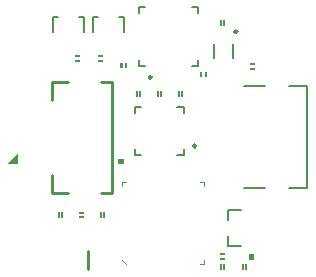
<source format=gto>
G04*
G04 #@! TF.GenerationSoftware,Altium Limited,Altium Designer,22.0.2 (36)*
G04*
G04 Layer_Color=65535*
%FSLAX25Y25*%
%MOIN*%
G70*
G04*
G04 #@! TF.SameCoordinates,4AEEF1EB-5C28-47D6-87F3-BA9F17CF17F5*
G04*
G04*
G04 #@! TF.FilePolarity,Positive*
G04*
G01*
G75*
%ADD10C,0.00984*%
%ADD11C,0.00600*%
%ADD12C,0.00394*%
%ADD13C,0.00787*%
%ADD14C,0.00100*%
%ADD15C,0.00800*%
%ADD16C,0.00200*%
%ADD17C,0.01000*%
G36*
X57900Y44300D02*
X56100D01*
Y44650D01*
X57900D01*
Y44300D01*
D02*
G37*
G36*
Y43350D02*
X56100D01*
Y43700D01*
X57900D01*
Y43350D01*
D02*
G37*
G36*
X22500Y43200D02*
X19500D01*
X22500Y46200D01*
X22500Y43200D01*
D02*
G37*
G36*
X44650Y26600D02*
X43350D01*
X43350Y26950D01*
X44650D01*
X44650Y26600D01*
D02*
G37*
G36*
X51650Y25100D02*
X51300D01*
Y26900D01*
X51650D01*
Y25100D01*
D02*
G37*
G36*
X50700D02*
X50350D01*
Y26900D01*
X50700D01*
Y25100D01*
D02*
G37*
G36*
X37650D02*
X37300D01*
Y26900D01*
X37650D01*
Y25100D01*
D02*
G37*
G36*
X36700D02*
X36350D01*
Y26900D01*
X36700D01*
Y25100D01*
D02*
G37*
G36*
X44650Y25050D02*
X43350D01*
Y25400D01*
X44650D01*
Y25050D01*
D02*
G37*
G36*
X91650Y12700D02*
X90350D01*
X90350Y13050D01*
X91650D01*
X91650Y12700D01*
D02*
G37*
G36*
X101056Y11200D02*
X100706D01*
Y13000D01*
X101056D01*
Y11200D01*
D02*
G37*
G36*
X100106D02*
X99756D01*
Y13000D01*
X100106D01*
Y11200D01*
D02*
G37*
G36*
X91650Y11150D02*
X90350D01*
Y11500D01*
X91650D01*
Y11150D01*
D02*
G37*
G36*
X98950Y7700D02*
X98600D01*
Y9500D01*
X98950D01*
Y7700D01*
D02*
G37*
G36*
X98000D02*
X97650D01*
Y9500D01*
X98000D01*
Y7700D01*
D02*
G37*
G36*
X91650D02*
X91300D01*
Y9500D01*
X91650D01*
Y7700D01*
D02*
G37*
G36*
X90700D02*
X90350D01*
Y9500D01*
X90700D01*
Y7700D01*
D02*
G37*
G36*
X50800Y78700D02*
X49500D01*
X49500Y79050D01*
X50800D01*
X50800Y78700D01*
D02*
G37*
G36*
X43300D02*
X42000D01*
Y79050D01*
X43300D01*
Y78700D01*
D02*
G37*
G36*
X50800Y77150D02*
X49500D01*
Y77500D01*
X50800D01*
Y77150D01*
D02*
G37*
G36*
X43300D02*
X42000D01*
X42000Y77500D01*
X43300D01*
X43300Y77150D01*
D02*
G37*
G36*
X57400Y75350D02*
X57050D01*
Y76650D01*
X57400D01*
Y75350D01*
D02*
G37*
G36*
X58950D02*
X58600Y75350D01*
Y76650D01*
X58950Y76650D01*
Y75350D01*
D02*
G37*
G36*
X69550Y65400D02*
X69200D01*
Y67200D01*
X69550D01*
Y65400D01*
D02*
G37*
G36*
X63500D02*
X63150D01*
Y67200D01*
X63500D01*
Y65400D01*
D02*
G37*
G36*
X62550D02*
X62200D01*
Y67200D01*
X62550D01*
Y65400D01*
D02*
G37*
G36*
X70500D02*
X70150D01*
Y67200D01*
X70500D01*
Y65400D01*
D02*
G37*
G36*
X76200Y67200D02*
X76550D01*
Y65400D01*
X76200D01*
Y67200D01*
D02*
G37*
G36*
X77500Y65400D02*
X77150D01*
Y67200D01*
X77500D01*
Y65400D01*
D02*
G37*
G36*
X83550Y72350D02*
Y73650D01*
X83900D01*
Y72350D01*
X83550D01*
D02*
G37*
G36*
X85450Y73650D02*
Y72350D01*
X85100Y72350D01*
Y73650D01*
X85450Y73650D01*
D02*
G37*
G36*
X101650Y74550D02*
X100350D01*
X100350Y74900D01*
X101650D01*
X101650Y74550D01*
D02*
G37*
G36*
X100350Y76450D02*
X101650D01*
Y76100D01*
X100350D01*
Y76450D01*
D02*
G37*
G36*
X91650Y89100D02*
X91300D01*
Y90900D01*
X91650D01*
Y89100D01*
D02*
G37*
G36*
X90350Y90900D02*
X90700D01*
Y89100D01*
X90350D01*
Y90900D01*
D02*
G37*
D10*
X67492Y71800D02*
G03*
X67492Y71800I-492J0D01*
G01*
X82303Y48879D02*
G03*
X82303Y48879I-492J0D01*
G01*
X95992Y87000D02*
G03*
X95992Y87000I-492J0D01*
G01*
D11*
X80816Y75450D02*
X82850D01*
X63150D02*
X65184D01*
X63150Y93116D02*
Y95150D01*
X80816D02*
X82850D01*
Y75450D02*
Y77485D01*
X63150Y75450D02*
Y77485D01*
X82850Y93116D02*
Y95150D01*
X63150D02*
X65184D01*
D12*
X57420Y10995D02*
X58995Y9420D01*
X83405Y36979D02*
X84979D01*
Y9420D02*
Y10995D01*
X83405Y9420D02*
X84979D01*
Y35405D02*
Y36979D01*
X57420Y35405D02*
Y36979D01*
X58995D01*
D13*
X78071Y45729D02*
Y47796D01*
X76004Y45729D02*
X78071D01*
X61929D02*
X63996D01*
X61929D02*
Y47796D01*
Y59804D02*
Y61871D01*
X63996D01*
X76004D02*
X78071D01*
Y59804D02*
Y61871D01*
X92957Y15398D02*
X97287D01*
X92957D02*
Y18744D01*
Y27602D02*
X97287D01*
X92957Y24256D02*
Y27602D01*
X88350Y78138D02*
Y82862D01*
X94650Y78138D02*
Y82862D01*
X43095Y92029D02*
X44866D01*
X34420D02*
X36205D01*
X34433Y86714D02*
Y92029D01*
X44866Y86714D02*
Y92029D01*
X56595D02*
X58367D01*
X47920D02*
X49705D01*
X47933Y86714D02*
Y92029D01*
X58367Y86714D02*
Y92029D01*
D14*
X91300Y7700D02*
X91650D01*
X91300Y9500D02*
X91650D01*
X91300Y7700D02*
Y9500D01*
X91650Y7700D02*
Y9500D01*
X90350Y7700D02*
Y9500D01*
X90700Y7700D02*
Y9500D01*
X90350Y7700D02*
X90700D01*
X90350Y9500D02*
X90700D01*
X91300Y89100D02*
X91650D01*
X91300Y90900D02*
X91650D01*
X91300Y89100D02*
Y90900D01*
X91650Y89100D02*
Y90900D01*
X90350Y89100D02*
Y90900D01*
X90700Y89100D02*
Y90900D01*
X90350Y89100D02*
X90700D01*
X90350Y90900D02*
X90700D01*
X100350Y74550D02*
X101650D01*
X100350D02*
X100350Y74900D01*
X101650D01*
X101650Y74550D01*
X100350Y76100D02*
Y76450D01*
Y76100D02*
X101650D01*
Y76450D01*
X100350D02*
X101650D01*
X85450Y72350D02*
Y73650D01*
X85100Y72350D02*
X85450Y72350D01*
X85100Y72350D02*
Y73650D01*
X85450Y73650D01*
X83550Y72350D02*
X83900D01*
Y73650D01*
X83550D02*
X83900D01*
X83550Y72350D02*
Y73650D01*
X99756Y13000D02*
X100106D01*
X99756Y11200D02*
X100106D01*
Y13000D01*
X99756Y11200D02*
Y13000D01*
X101056Y11200D02*
Y13000D01*
X100706Y11200D02*
Y13000D01*
X101056D01*
X100706Y11200D02*
X101056D01*
X98600Y7700D02*
X98950D01*
X98600Y9500D02*
X98950D01*
X98600Y7700D02*
Y9500D01*
X98950Y7700D02*
Y9500D01*
X97650Y7700D02*
Y9500D01*
X98000Y7700D02*
Y9500D01*
X97650Y7700D02*
X98000D01*
X97650Y9500D02*
X98000D01*
X90350Y13050D02*
X91650D01*
X91650Y12700D02*
X91650Y13050D01*
X90350Y12700D02*
X91650D01*
X90350Y13050D02*
X90350Y12700D01*
X91650Y11150D02*
Y11500D01*
X90350D02*
X91650D01*
X90350Y11150D02*
Y11500D01*
Y11150D02*
X91650D01*
X50350Y26900D02*
X50700D01*
X50350Y25100D02*
X50700D01*
Y26900D01*
X50350Y25100D02*
Y26900D01*
X51650Y25100D02*
Y26900D01*
X51300Y25100D02*
Y26900D01*
X51650D01*
X51300Y25100D02*
X51650D01*
X58950Y75350D02*
Y76650D01*
X58600Y75350D02*
X58950Y75350D01*
X58600Y75350D02*
Y76650D01*
X58950Y76650D01*
X57050Y75350D02*
X57400D01*
Y76650D01*
X57050D02*
X57400D01*
X57050Y75350D02*
Y76650D01*
X49500Y79050D02*
X50800D01*
X50800Y78700D02*
X50800Y79050D01*
X49500Y78700D02*
X50800D01*
X49500Y79050D02*
X49500Y78700D01*
X50800Y77150D02*
Y77500D01*
X49500D02*
X50800D01*
X49500Y77150D02*
Y77500D01*
Y77150D02*
X50800D01*
X42000D02*
X43300D01*
X42000D02*
X42000Y77500D01*
X43300D01*
X43300Y77150D01*
X42000Y78700D02*
Y79050D01*
Y78700D02*
X43300D01*
Y79050D01*
X42000D02*
X43300D01*
X43350Y26950D02*
X44650D01*
X44650Y26600D02*
X44650Y26950D01*
X43350Y26600D02*
X44650D01*
X43350Y26950D02*
X43350Y26600D01*
X44650Y25050D02*
Y25400D01*
X43350D02*
X44650D01*
X43350Y25050D02*
Y25400D01*
Y25050D02*
X44650D01*
X37300Y25100D02*
X37650D01*
X37300Y26900D02*
X37650D01*
X37300Y25100D02*
Y26900D01*
X37650Y25100D02*
Y26900D01*
X36350Y25100D02*
Y26900D01*
X36700Y25100D02*
Y26900D01*
X36350Y25100D02*
X36700D01*
X36350Y26900D02*
X36700D01*
X76200Y67200D02*
X76550D01*
X76200Y65400D02*
X76550D01*
Y67200D01*
X76200Y65400D02*
Y67200D01*
X77500Y65400D02*
Y67200D01*
X77150Y65400D02*
Y67200D01*
X77500D01*
X77150Y65400D02*
X77500D01*
X70150D02*
X70500D01*
X70150Y67200D02*
X70500D01*
X70150Y65400D02*
Y67200D01*
X70500Y65400D02*
Y67200D01*
X69200Y65400D02*
Y67200D01*
X69550Y65400D02*
Y67200D01*
X69200Y65400D02*
X69550D01*
X69200Y67200D02*
X69550D01*
X57900Y44300D02*
Y44650D01*
X56100Y44300D02*
Y44650D01*
Y44300D02*
X57900D01*
X56100Y44650D02*
X57900D01*
X56100Y43350D02*
X57900D01*
X56100Y43700D02*
X57900D01*
Y43350D02*
Y43700D01*
X56100Y43350D02*
Y43700D01*
X62200Y67200D02*
X62550D01*
X62200Y65400D02*
X62550D01*
Y67200D01*
X62200Y65400D02*
Y67200D01*
X63500Y65400D02*
Y67200D01*
X63150Y65400D02*
Y67200D01*
X63500D01*
X63150Y65400D02*
X63500D01*
D15*
X119358Y34772D02*
Y68828D01*
X113340Y34772D02*
X119358D01*
X98340Y34800D02*
X105340D01*
X113340Y68828D02*
X119358D01*
X98340Y68800D02*
X105340D01*
D16*
X22500Y43200D02*
Y46200D01*
X19500Y43200D02*
X22500Y46200D01*
X19500Y43200D02*
X22500D01*
D17*
X50700Y33137D02*
X54200D01*
Y33200D02*
Y70200D01*
X34200Y33137D02*
Y39137D01*
Y33137D02*
X39700D01*
X34200Y64263D02*
Y70263D01*
X39700D01*
X50700D02*
X54200D01*
X46200Y7900D02*
Y14000D01*
M02*

</source>
